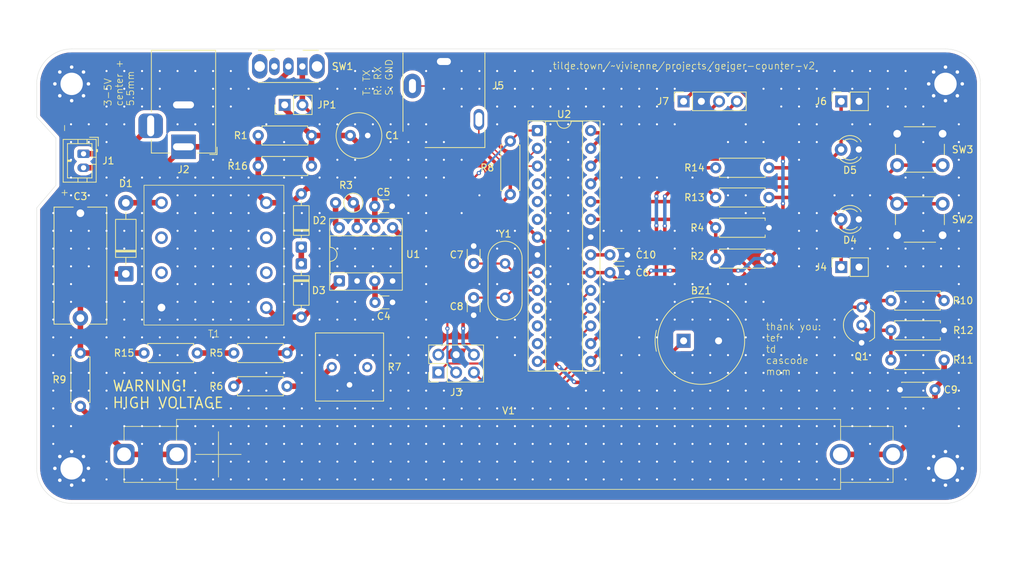
<source format=kicad_pcb>
(kicad_pcb
	(version 20241229)
	(generator "pcbnew")
	(generator_version "9.0")
	(general
		(thickness 1.6)
		(legacy_teardrops no)
	)
	(paper "A4")
	(layers
		(0 "F.Cu" signal)
		(2 "B.Cu" signal)
		(9 "F.Adhes" user "F.Adhesive")
		(11 "B.Adhes" user "B.Adhesive")
		(13 "F.Paste" user)
		(15 "B.Paste" user)
		(5 "F.SilkS" user "F.Silkscreen")
		(7 "B.SilkS" user "B.Silkscreen")
		(1 "F.Mask" user)
		(3 "B.Mask" user)
		(17 "Dwgs.User" user "User.Drawings")
		(19 "Cmts.User" user "User.Comments")
		(21 "Eco1.User" user "User.Eco1")
		(23 "Eco2.User" user "User.Eco2")
		(25 "Edge.Cuts" user)
		(27 "Margin" user)
		(31 "F.CrtYd" user "F.Courtyard")
		(29 "B.CrtYd" user "B.Courtyard")
		(35 "F.Fab" user)
		(33 "B.Fab" user)
		(39 "User.1" user)
		(41 "User.2" user)
		(43 "User.3" user)
		(45 "User.4" user)
	)
	(setup
		(pad_to_mask_clearance 0)
		(allow_soldermask_bridges_in_footprints no)
		(tenting front back)
		(pcbplotparams
			(layerselection 0x00000000_00000000_55555555_5755f5ff)
			(plot_on_all_layers_selection 0x00000000_00000000_00000000_00000000)
			(disableapertmacros no)
			(usegerberextensions no)
			(usegerberattributes yes)
			(usegerberadvancedattributes yes)
			(creategerberjobfile yes)
			(dashed_line_dash_ratio 12.000000)
			(dashed_line_gap_ratio 3.000000)
			(svgprecision 4)
			(plotframeref no)
			(mode 1)
			(useauxorigin no)
			(hpglpennumber 1)
			(hpglpenspeed 20)
			(hpglpendiameter 15.000000)
			(pdf_front_fp_property_popups yes)
			(pdf_back_fp_property_popups yes)
			(pdf_metadata yes)
			(pdf_single_document no)
			(dxfpolygonmode yes)
			(dxfimperialunits yes)
			(dxfusepcbnewfont yes)
			(psnegative no)
			(psa4output no)
			(plot_black_and_white yes)
			(sketchpadsonfab no)
			(plotpadnumbers no)
			(hidednponfab no)
			(sketchdnponfab yes)
			(crossoutdnponfab yes)
			(subtractmaskfromsilk no)
			(outputformat 1)
			(mirror no)
			(drillshape 0)
			(scaleselection 1)
			(outputdirectory "output")
		)
	)
	(net 0 "")
	(net 1 "Net-(D1-A)")
	(net 2 "Net-(U1-Vfb)")
	(net 3 "GND")
	(net 4 "Net-(U1-DC)")
	(net 5 "+BATT")
	(net 6 "Net-(U1-TC)")
	(net 7 "HV")
	(net 8 "Net-(U2-XTAL1{slash}PB6)")
	(net 9 "Net-(U2-XTAL2{slash}PB7)")
	(net 10 "Net-(U2-AREF)")
	(net 11 "RESET")
	(net 12 "MOSI")
	(net 13 "MISO")
	(net 14 "SCK")
	(net 15 "event")
	(net 16 "Net-(Q1-B)")
	(net 17 "Vbat")
	(net 18 "RX")
	(net 19 "unconnected-(U2-PD6-Pad12)")
	(net 20 "unconnected-(U2-PD7-Pad13)")
	(net 21 "unconnected-(U2-PD3-Pad5)")
	(net 22 "unconnected-(U2-PD5-Pad11)")
	(net 23 "unconnected-(U2-PD4-Pad6)")
	(net 24 "BZ")
	(net 25 "AUX_LED_A")
	(net 26 "AUX_LED_B")
	(net 27 "SCL")
	(net 28 "SDA")
	(net 29 "AUX_GATE")
	(net 30 "LED_A")
	(net 31 "LED_B")
	(net 32 "SW_A")
	(net 33 "SW_B")
	(net 34 "Net-(JP1-A)")
	(net 35 "TX")
	(net 36 "Net-(C9-Pad1)")
	(net 37 "Net-(D2-A)")
	(net 38 "Net-(D2-K)")
	(net 39 "Net-(D3-A)")
	(net 40 "Net-(J1-Pin_2)")
	(net 41 "Net-(J1-Pin_1)")
	(net 42 "Net-(R6-Pad2)")
	(net 43 "Net-(R9-Pad2)")
	(net 44 "Net-(R15-Pad1)")
	(footprint "Resistor_THT:R_Axial_DIN0207_L6.3mm_D2.5mm_P7.62mm_Horizontal" (layer "F.Cu") (at 176.38 93.075))
	(footprint "Button_Switch_THT:SW_Slide_SPDT_Angled_CK_OS102011MA1Q" (layer "F.Cu") (at 117.25 70 180))
	(footprint "My KiCad Footprints:SBM-20" (layer "F.Cu") (at 91.75 125.5))
	(footprint "Resistor_THT:R_Axial_DIN0207_L6.3mm_D2.5mm_P7.62mm_Horizontal" (layer "F.Cu") (at 147 88.31 90))
	(footprint "LED_THT:LED_D3.0mm" (layer "F.Cu") (at 196.86 81.88 180))
	(footprint "Capacitor_THT:C_Radial_D6.3mm_H7.0mm_P2.50mm" (layer "F.Cu") (at 124.1 79.885))
	(footprint "MountingHole:MountingHole_3.2mm_M3_Pad_Via" (layer "F.Cu") (at 209.25 127.5))
	(footprint "Diode_THT:D_DO-41_SOD81_P10.16mm_Horizontal" (layer "F.Cu") (at 92 99.675 90))
	(footprint "Resistor_THT:R_Axial_DIN0207_L6.3mm_D2.5mm_P7.62mm_Horizontal" (layer "F.Cu") (at 209.06 103.5 180))
	(footprint "Capacitor_THT:C_Disc_D3.0mm_W1.6mm_P2.50mm" (layer "F.Cu") (at 127.65 103.75))
	(footprint "Package_TO_SOT_THT:TO-92_Inline_Wide" (layer "F.Cu") (at 197.25 109.54 90))
	(footprint "Buzzer_Beeper:Buzzer_TDK_PS1240P02BT_D12.2mm_H6.5mm" (layer "F.Cu") (at 171.79 109.25))
	(footprint "Connector_PinHeader_2.54mm:PinHeader_1x02_P2.54mm_Vertical" (layer "F.Cu") (at 114.725 75.5 90))
	(footprint "MountingHole:MountingHole_3.2mm_M3_Pad_Via" (layer "F.Cu") (at 84.25 127.5))
	(footprint "Capacitor_THT:C_Rect_L16.5mm_W7.3mm_P15.00mm_MKT" (layer "F.Cu") (at 85.5 106 90))
	(footprint "Resistor_THT:R_Axial_DIN0207_L6.3mm_D2.5mm_P7.62mm_Horizontal" (layer "F.Cu") (at 176.38 88.75))
	(footprint "Resistor_THT:R_Axial_DIN0207_L6.3mm_D2.5mm_P7.62mm_Horizontal" (layer "F.Cu") (at 115.06 111 180))
	(footprint "Resistor_THT:R_Axial_DIN0207_L6.3mm_D2.5mm_P7.62mm_Horizontal" (layer "F.Cu") (at 85.5 111 -90))
	(footprint "Connector_PinHeader_2.54mm:PinHeader_2x03_P2.54mm_Vertical" (layer "F.Cu") (at 136.71 113.775 90))
	(footprint "Potentiometer_THT:Potentiometer_Bourns_3386P_Vertical" (layer "F.Cu") (at 121.46 113.015 -90))
	(footprint "Resistor_THT:R_Axial_DIN0207_L6.3mm_D2.5mm_P7.62mm_Horizontal" (layer "F.Cu") (at 118.56 79.885 180))
	(footprint "Capacitor_THT:C_Disc_D3.0mm_W1.6mm_P2.50mm" (layer "F.Cu") (at 130.105 90 180))
	(footprint "MountingHole:MountingHole_3.2mm_M3_Pad_Via" (layer "F.Cu") (at 84.25 72.5))
	(footprint "Connector_BarrelJack:BarrelJack_Horizontal" (layer "F.Cu") (at 100.25 81.5 -90))
	(footprint "Diode_THT:D_DO-35_SOD27_P7.62mm_Horizontal" (layer "F.Cu") (at 117.1 95.85 90))
	(footprint "Package_DIP:DIP-8_W7.62mm_Socket" (layer "F.Cu") (at 122.54 100.69 90))
	(footprint "Connector_PinSocket_2.54mm:PinSocket_1x02_P2.54mm_Vertical" (layer "F.Cu") (at 194.34 75 90))
	(footprint "Capacitor_THT:C_Disc_D3.0mm_W1.6mm_P2.50mm" (layer "F.Cu") (at 141.76 95.69 -90))
	(footprint "Crystal:Crystal_HC49-4H_Vertical" (layer "F.Cu") (at 146.25 103.08 90))
	(footprint "Resistor_THT:R_Axial_DIN0207_L6.3mm_D2.5mm_P7.62mm_Horizontal" (layer "F.Cu") (at 176.38 84.5))
	(footprint "Capacitor_THT:C_Disc_D3.0mm_W1.6mm_P2.50mm" (layer "F.Cu") (at 163.75 96.96 180))
	(footprint "Connector_Audio:Jack_3.5mm_CUI_SJ1-3513N_Horizontal" (layer "F.Cu") (at 137.5 69.3 -90))
	(footprint "Resistor_THT:R_Axial_DIN0207_L6.3mm_D2.5mm_P7.62mm_Horizontal" (layer "F.Cu") (at 118.56 84.25 180))
	(footprint "Button_Switch_THT:SW_PUSH_6mm_H5mm" (layer "F.Cu") (at 208.84 84.13 180))
	(footprint "Capacitor_THT:C_Disc_D4.3mm_W1.9mm_P5.00mm" (layer "F.Cu") (at 207.75 116.25 180))
	(footprint "Capacitor_THT:C_Disc_D3.0mm_W1.6mm_P2.50mm" (layer "F.Cu") (at 141.76 105.59 90))
	(footprint "Package_DIP:DIP-28_W7.62mm_Socket" (layer "F.Cu") (at 150.88 79.18))
	(footprint "Resistor_THT:R_Axial_DIN0207_L6.3mm_D2.5mm_P7.62mm_Horizontal" (layer "F.Cu") (at 184 97.5 180))
	(footprint "Resistor_THT:R_Axial_DIN0207_L6.3mm_D2.5mm_P7.62mm_Horizontal" (layer "F.Cu") (at 209.06 112 180))
	(footprint "LED_THT:LED_D3.0mm" (layer "F.Cu") (at 196.86 91.88 180))
	(footprint "Resistor_THT:R_Axial_DIN0207_L6.3mm_D2.5mm_P7.62mm_Horizontal"
		(layer "F.Cu")
		(uuid "ce7ccb5e-4d8e-4c2d-be60-69a267ec41b6")
		(at 102.22 111 180)
		(descr "Resistor, Axial_DIN0207 series, Axial, Horizontal, pin pitch=7.62mm, 0.25W = 1/4W, length*diameter=6.3*2.5mm^2, http://cdn-reichelt.de/documents/datenblatt/B400/1_4W%23YAG.pdf")
		(tags "Resistor Axial_DIN0207 series Axial Horizontal pin pitch 7.62mm 0.25W = 1/4W length 6.3mm diameter 2.5mm")
		(property "Reference" "R15"
			(at 10.47 0 0)
			(layer "F.SilkS")
			(uuid "16d32ff6-00ca-48ad-b0ea-319bc778067f")
			(effects
				(font
					(size 1 1)
					(thickness 0.15)
				)
			)
		)
		(property "Value" "5.1M"
			(at 3.81 2.37 0)
			(layer "F.Fab")
			(uuid "fddc4732-5fd3-4071-8021-179892f0ffb7")
			(effects
				(font
					(size 1 1)
					(thickness 0.15)
				)
			)
		)
		(property "Datasheet" "~"
			(at 0 0 0)
			(layer "F.Fab")
			(hide yes)
			(uuid "ff50c70b-f9d8-4cef-93dc-c9f63cbd054d")
			(effects
				(font
					(size 1.27 1.27)
					(thickness 0.15)
				)
			)
		)
		(property "Description" "Resistor"
			(at 0 0 0)
			(layer "F.Fab")
			(hide yes)
			(uuid "bbac01ee-8faa-4d7f-8680-02bca5529ba6")
			(effects
				(font
					(size 1.27 1.27)
					(thickness 0.15)
				)
			)
		)
		(property "DigiKey Part Number" "CF14JT5M10CT-ND"
			(at 0 0 180)
			(unlocked yes)
			(layer "F.Fab")
			(hide yes)
			(uuid "3a9de9ad-539f-4336-8cb5-c9d4c11b07d1")
			(effects
				(font
					(size 1 1)
					(thickness 0.15)
				)
			)
		)
		(property ki_fp_filters "R_*")
		(path "/297ce4d7-5494-4287-aad0-fdf134fd0d0f")
		(sheetname "/")
		(sheetfile "stupid.kicad_sch")
		(attr through_hole)
		(fp_line
			(start 7.08 1.37)
			(end 7.08 1.04)
			(stroke
				(width 0.12)
				(type solid)
			)
			(layer "F.SilkS")
			(uuid "bbd81da6-9cb4-4412-9252-1b819ee9d1e5")
		)
		(fp_line
			(start 7.08 -1.37)
			(end 7.08 -1.04)
			(stroke
				(width 0.12)
				(type solid)
			)
			(layer "F.SilkS")
			(uuid "5d7e2bfa-253d-4906-8bf4-8f9f20c90d8d")
		)
		(fp_line
			(start 0.54 1.37)
			(end 7.08 1.37)
			(stroke
				(width 0.12)
				(type solid)
			)
			(layer "F.SilkS")
			(uuid "d0caa5be-3788-4c5b-86ff-a63fca991721")
		)
		(fp_line
			(start 0.54 1.04)
			(end 0.54 1.37)
			(stroke
				(width 0.12)
				(type solid)
			)
			(layer "F.SilkS")
			(uuid "e30df5c8-ad61-49d9-8900-79bdf720c076")
		)
		(fp_line
			(start 0.54 -1.04)
			(end 0.54 -1.37)
			(stroke
				(width 0.12)
				(type solid)
			)
			(layer "F.SilkS")
			(uuid "e12aa405-b081-4988-8674-a9be5bad9ce8")
		)
		(fp_line
			(start 0.54 -1.37)
			(end 7.08 -1.37)
			(stroke
				(width 0.12)
				(type solid)
			)
			(layer "F.SilkS")
			(uuid "f4858481-d680-4def-a26d-c47644082424")
		)
		(fp_rect
			(start -1.05 -1.5)
			(end 8.67 1.5)
			(stroke
				(width 0.05)
				(type solid)
			)
			(fill no)
			(layer "F.CrtYd")
			(uuid "12fcc85a-08f0-48d7-bdef-beb3c66c493b")
		)
		(fp_line
			(start 7.62 0)
			(end 6.96 0)
			(stroke
				(width 0.1)
				(type solid)
			)
			(layer "F.Fab")
			(uuid "8f6ff159-e8b2-4481-92ea-551166a455c1")
		)
		(fp_line
			(start 0 0)
			(end 0.66 0)
			(stroke
				(width 0.1)
				(type solid)
			)
			(layer "F.Fab")
			(uuid "cb80c4f4-29f8-4dcb-9ee5-c6f61690379a")
		)
		(fp_rect
			(start 0.66 -1.25)
			(end 6.96 1.25)
			(stroke
				(width 0.1)
				(type solid)
			)
			(fill no)
			(layer "F.Fab")
			(uuid "5371c044-0a90-42e0-80a6-a610315e7789")
		)
		(fp_text user "${REFERENCE}"
			(at 3.81 0 0)
			(layer "F.Fab")
			(uuid "76ffb107-53f6-4385-b4b6-0ee2bcf5a36f")
			(effects
				(font
					(size 1 1)
					(thickness 0.15)
				)
			)
		)
		(pad "1" thru_hole circle
			(at 0 0 180)
			(size 1.6 1.6)
			(drill 0.8)
			(layers "*.Cu" "*.Mask")
			(remove_unused_layers no)
			(net 44 "Net-(R15-Pad1)")
			(pintype "passive")
			(uuid "684f2f55-dc5c-4737-a865-596167bd56df")
		)
		(pad "2" thru_hole circle
			(at 7.62 0 180)
			(size 1.6 1.6)
			(drill 0.8)
			(layers "*.Cu" "*.Mask")
			(remove_unused_layers no)
			(net 7 "HV")
			(pintype "passive")
			(uuid "4abd5b3c-75eb-4b7e-84a1-75373128e110")
		)
		(e
... [633003 chars truncated]
</source>
